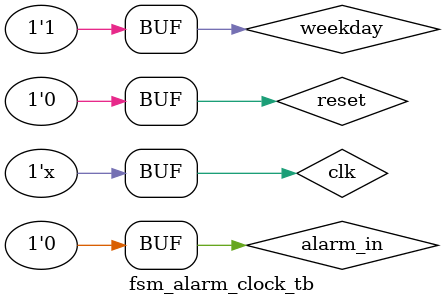
<source format=v>
module alarm_clock(alarm_in,weekday,clk,alarm_out,reset);

	output reg alarm_out;
	input alarm_in,clk,weekday,reset;

	reg [1:0] pre_state;
	reg [1:0] next_state;

	parameter ASLEEP = 2'b00, AWAKE_IN_BED = 2'b01, AWAKE_AND_UP = 2'b10;

	always @(alarm_in,weekday)
	begin
		case (pre_state)
			ASLEEP : begin
					if (alarm_in == 0)
						begin
							next_state = ASLEEP;
							alarm_out = 0;
						end
					else
						begin
							next_state = AWAKE_IN_BED;
							alarm_out = 1;
						end
				 end
			AWAKE_IN_BED : begin
						if (alarm_in == 1)
							begin
								next_state = AWAKE_IN_BED;
								alarm_out = 1;
							end
						else
						begin
							if (weekday == 1)
							begin
								next_state = AWAKE_AND_UP;
								alarm_out = 0;
							end
						end
					end 
			AWAKE_AND_UP : begin
						next_state = AWAKE_AND_UP;
						alarm_out = 0;
					end
			default : begin
					next_state = 2'bxx;
					alarm_out = 0;
				  end
													
		endcase
	end

	always @(posedge clk)
	begin
		if (reset)
			pre_state = ASLEEP;	
		else
			pre_state = next_state;
	end
endmodule

module fsm_alarm_clock_tb();

	reg alarm_in,clk,weekday,reset;
	wire alarm_out;

	alarm_clock tb(alarm_in,weekday,clk,alarm_out,reset);

	initial
	begin
		clk = 0;
		reset = 0;
		#10 reset = 1;
		#10 reset = 0;
	end

	always #5 clk =~ clk;

	initial
	begin
		alarm_in = 0; weekday = 0;
		#20 alarm_in = 1;
		#20 alarm_in = 0;
		#20 alarm_in = 0; weekday = 1;
	end
endmodule



</source>
